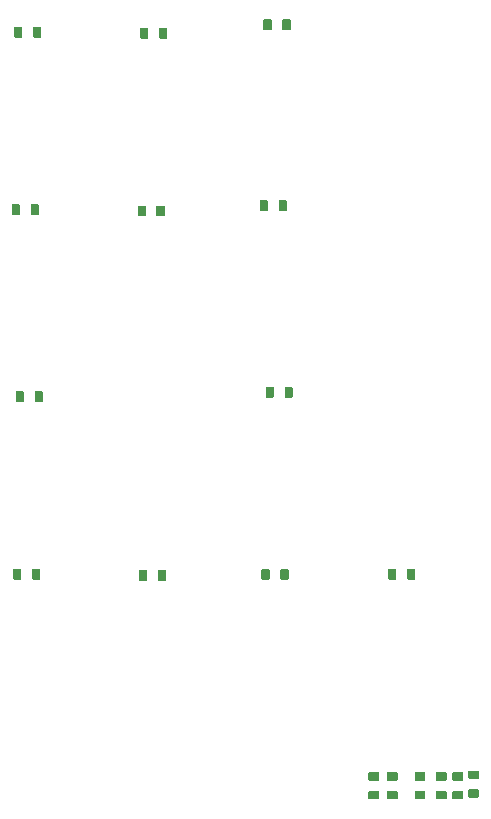
<source format=gbp>
G04 #@! TF.GenerationSoftware,KiCad,Pcbnew,8.0.9-8.0.9-0~ubuntu24.04.1*
G04 #@! TF.CreationDate,2026-02-07T03:10:41+00:00*
G04 #@! TF.ProjectId,greenecu48,67726565-6e65-4637-9534-382e6b696361,rev?*
G04 #@! TF.SameCoordinates,Original*
G04 #@! TF.FileFunction,Paste,Bot*
G04 #@! TF.FilePolarity,Positive*
%FSLAX46Y46*%
G04 Gerber Fmt 4.6, Leading zero omitted, Abs format (unit mm)*
G04 Created by KiCad (PCBNEW 8.0.9-8.0.9-0~ubuntu24.04.1) date 2026-02-07 03:10:41*
%MOMM*%
%LPD*%
G01*
G04 APERTURE LIST*
G04 APERTURE END LIST*
G04 #@! TO.C,R911*
G36*
G01*
X17508279Y61595072D02*
X17508279Y62375072D01*
G75*
G02*
X17578279Y62445072I70000J0D01*
G01*
X18138279Y62445072D01*
G75*
G02*
X18208279Y62375072I0J-70000D01*
G01*
X18208279Y61595072D01*
G75*
G02*
X18138279Y61525072I-70000J0D01*
G01*
X17578279Y61525072D01*
G75*
G02*
X17508279Y61595072I0J70000D01*
G01*
G37*
G36*
G01*
X19108279Y61595072D02*
X19108279Y62375072D01*
G75*
G02*
X19178279Y62445072I70000J0D01*
G01*
X19738279Y62445072D01*
G75*
G02*
X19808279Y62375072I0J-70000D01*
G01*
X19808279Y61595072D01*
G75*
G02*
X19738279Y61525072I-70000J0D01*
G01*
X19178279Y61525072D01*
G75*
G02*
X19108279Y61595072I0J70000D01*
G01*
G37*
G04 #@! TD*
G04 #@! TO.C,R403*
G36*
G01*
X41025000Y14457000D02*
X41805000Y14457000D01*
G75*
G02*
X41875000Y14387000I0J-70000D01*
G01*
X41875000Y13827000D01*
G75*
G02*
X41805000Y13757000I-70000J0D01*
G01*
X41025000Y13757000D01*
G75*
G02*
X40955000Y13827000I0J70000D01*
G01*
X40955000Y14387000D01*
G75*
G02*
X41025000Y14457000I70000J0D01*
G01*
G37*
G36*
G01*
X41025000Y12857000D02*
X41805000Y12857000D01*
G75*
G02*
X41875000Y12787000I0J-70000D01*
G01*
X41875000Y12227000D01*
G75*
G02*
X41805000Y12157000I-70000J0D01*
G01*
X41025000Y12157000D01*
G75*
G02*
X40955000Y12227000I0J70000D01*
G01*
X40955000Y12787000D01*
G75*
G02*
X41025000Y12857000I70000J0D01*
G01*
G37*
G04 #@! TD*
G04 #@! TO.C,R903*
G36*
G01*
X17720000Y76640000D02*
X17720000Y77420000D01*
G75*
G02*
X17790000Y77490000I70000J0D01*
G01*
X18350000Y77490000D01*
G75*
G02*
X18420000Y77420000I0J-70000D01*
G01*
X18420000Y76640000D01*
G75*
G02*
X18350000Y76570000I-70000J0D01*
G01*
X17790000Y76570000D01*
G75*
G02*
X17720000Y76640000I0J70000D01*
G01*
G37*
G36*
G01*
X19320000Y76640000D02*
X19320000Y77420000D01*
G75*
G02*
X19390000Y77490000I70000J0D01*
G01*
X19950000Y77490000D01*
G75*
G02*
X20020000Y77420000I0J-70000D01*
G01*
X20020000Y76640000D01*
G75*
G02*
X19950000Y76570000I-70000J0D01*
G01*
X19390000Y76570000D01*
G75*
G02*
X19320000Y76640000I0J70000D01*
G01*
G37*
G04 #@! TD*
G04 #@! TO.C,R906*
G36*
G01*
X6848279Y61693000D02*
X6848279Y62473000D01*
G75*
G02*
X6918279Y62543000I70000J0D01*
G01*
X7478279Y62543000D01*
G75*
G02*
X7548279Y62473000I0J-70000D01*
G01*
X7548279Y61693000D01*
G75*
G02*
X7478279Y61623000I-70000J0D01*
G01*
X6918279Y61623000D01*
G75*
G02*
X6848279Y61693000I0J70000D01*
G01*
G37*
G36*
G01*
X8448279Y61693000D02*
X8448279Y62473000D01*
G75*
G02*
X8518279Y62543000I70000J0D01*
G01*
X9078279Y62543000D01*
G75*
G02*
X9148279Y62473000I0J-70000D01*
G01*
X9148279Y61693000D01*
G75*
G02*
X9078279Y61623000I-70000J0D01*
G01*
X8518279Y61623000D01*
G75*
G02*
X8448279Y61693000I0J70000D01*
G01*
G37*
G04 #@! TD*
G04 #@! TO.C,R405*
G36*
G01*
X44229000Y14457000D02*
X45009000Y14457000D01*
G75*
G02*
X45079000Y14387000I0J-70000D01*
G01*
X45079000Y13827000D01*
G75*
G02*
X45009000Y13757000I-70000J0D01*
G01*
X44229000Y13757000D01*
G75*
G02*
X44159000Y13827000I0J70000D01*
G01*
X44159000Y14387000D01*
G75*
G02*
X44229000Y14457000I70000J0D01*
G01*
G37*
G36*
G01*
X44229000Y12857000D02*
X45009000Y12857000D01*
G75*
G02*
X45079000Y12787000I0J-70000D01*
G01*
X45079000Y12227000D01*
G75*
G02*
X45009000Y12157000I-70000J0D01*
G01*
X44229000Y12157000D01*
G75*
G02*
X44159000Y12227000I0J70000D01*
G01*
X44159000Y12787000D01*
G75*
G02*
X44229000Y12857000I70000J0D01*
G01*
G37*
G04 #@! TD*
G04 #@! TO.C,R913*
G36*
G01*
X28156000Y77349000D02*
X28156000Y78129000D01*
G75*
G02*
X28226000Y78199000I70000J0D01*
G01*
X28786000Y78199000D01*
G75*
G02*
X28856000Y78129000I0J-70000D01*
G01*
X28856000Y77349000D01*
G75*
G02*
X28786000Y77279000I-70000J0D01*
G01*
X28226000Y77279000D01*
G75*
G02*
X28156000Y77349000I0J70000D01*
G01*
G37*
G36*
G01*
X29756000Y77349000D02*
X29756000Y78129000D01*
G75*
G02*
X29826000Y78199000I70000J0D01*
G01*
X30386000Y78199000D01*
G75*
G02*
X30456000Y78129000I0J-70000D01*
G01*
X30456000Y77349000D01*
G75*
G02*
X30386000Y77279000I-70000J0D01*
G01*
X29826000Y77279000D01*
G75*
G02*
X29756000Y77349000I0J70000D01*
G01*
G37*
G04 #@! TD*
G04 #@! TO.C,R916*
G36*
G01*
X38720000Y30850000D02*
X38720000Y31630000D01*
G75*
G02*
X38790000Y31700000I70000J0D01*
G01*
X39350000Y31700000D01*
G75*
G02*
X39420000Y31630000I0J-70000D01*
G01*
X39420000Y30850000D01*
G75*
G02*
X39350000Y30780000I-70000J0D01*
G01*
X38790000Y30780000D01*
G75*
G02*
X38720000Y30850000I0J70000D01*
G01*
G37*
G36*
G01*
X40320000Y30850000D02*
X40320000Y31630000D01*
G75*
G02*
X40390000Y31700000I70000J0D01*
G01*
X40950000Y31700000D01*
G75*
G02*
X41020000Y31630000I0J-70000D01*
G01*
X41020000Y30850000D01*
G75*
G02*
X40950000Y30780000I-70000J0D01*
G01*
X40390000Y30780000D01*
G75*
G02*
X40320000Y30850000I0J70000D01*
G01*
G37*
G04 #@! TD*
G04 #@! TO.C,R402*
G36*
G01*
X37126000Y14457000D02*
X37906000Y14457000D01*
G75*
G02*
X37976000Y14387000I0J-70000D01*
G01*
X37976000Y13827000D01*
G75*
G02*
X37906000Y13757000I-70000J0D01*
G01*
X37126000Y13757000D01*
G75*
G02*
X37056000Y13827000I0J70000D01*
G01*
X37056000Y14387000D01*
G75*
G02*
X37126000Y14457000I70000J0D01*
G01*
G37*
G36*
G01*
X37126000Y12857000D02*
X37906000Y12857000D01*
G75*
G02*
X37976000Y12787000I0J-70000D01*
G01*
X37976000Y12227000D01*
G75*
G02*
X37906000Y12157000I-70000J0D01*
G01*
X37126000Y12157000D01*
G75*
G02*
X37056000Y12227000I0J70000D01*
G01*
X37056000Y12787000D01*
G75*
G02*
X37126000Y12857000I70000J0D01*
G01*
G37*
G04 #@! TD*
G04 #@! TO.C,R905*
G36*
G01*
X28347000Y46232000D02*
X28347000Y47012000D01*
G75*
G02*
X28417000Y47082000I70000J0D01*
G01*
X28977000Y47082000D01*
G75*
G02*
X29047000Y47012000I0J-70000D01*
G01*
X29047000Y46232000D01*
G75*
G02*
X28977000Y46162000I-70000J0D01*
G01*
X28417000Y46162000D01*
G75*
G02*
X28347000Y46232000I0J70000D01*
G01*
G37*
G36*
G01*
X29947000Y46232000D02*
X29947000Y47012000D01*
G75*
G02*
X30017000Y47082000I70000J0D01*
G01*
X30577000Y47082000D01*
G75*
G02*
X30647000Y47012000I0J-70000D01*
G01*
X30647000Y46232000D01*
G75*
G02*
X30577000Y46162000I-70000J0D01*
G01*
X30017000Y46162000D01*
G75*
G02*
X29947000Y46232000I0J70000D01*
G01*
G37*
G04 #@! TD*
G04 #@! TO.C,R401*
G36*
G01*
X38668000Y14457000D02*
X39448000Y14457000D01*
G75*
G02*
X39518000Y14387000I0J-70000D01*
G01*
X39518000Y13827000D01*
G75*
G02*
X39448000Y13757000I-70000J0D01*
G01*
X38668000Y13757000D01*
G75*
G02*
X38598000Y13827000I0J70000D01*
G01*
X38598000Y14387000D01*
G75*
G02*
X38668000Y14457000I70000J0D01*
G01*
G37*
G36*
G01*
X38668000Y12857000D02*
X39448000Y12857000D01*
G75*
G02*
X39518000Y12787000I0J-70000D01*
G01*
X39518000Y12227000D01*
G75*
G02*
X39448000Y12157000I-70000J0D01*
G01*
X38668000Y12157000D01*
G75*
G02*
X38598000Y12227000I0J70000D01*
G01*
X38598000Y12787000D01*
G75*
G02*
X38668000Y12857000I70000J0D01*
G01*
G37*
G04 #@! TD*
G04 #@! TO.C,R912*
G36*
G01*
X17630000Y30730000D02*
X17630000Y31510000D01*
G75*
G02*
X17700000Y31580000I70000J0D01*
G01*
X18260000Y31580000D01*
G75*
G02*
X18330000Y31510000I0J-70000D01*
G01*
X18330000Y30730000D01*
G75*
G02*
X18260000Y30660000I-70000J0D01*
G01*
X17700000Y30660000D01*
G75*
G02*
X17630000Y30730000I0J70000D01*
G01*
G37*
G36*
G01*
X19230000Y30730000D02*
X19230000Y31510000D01*
G75*
G02*
X19300000Y31580000I70000J0D01*
G01*
X19860000Y31580000D01*
G75*
G02*
X19930000Y31510000I0J-70000D01*
G01*
X19930000Y30730000D01*
G75*
G02*
X19860000Y30660000I-70000J0D01*
G01*
X19300000Y30660000D01*
G75*
G02*
X19230000Y30730000I0J70000D01*
G01*
G37*
G04 #@! TD*
G04 #@! TO.C,R914*
G36*
G01*
X27990000Y30830000D02*
X27990000Y31610000D01*
G75*
G02*
X28060000Y31680000I70000J0D01*
G01*
X28620000Y31680000D01*
G75*
G02*
X28690000Y31610000I0J-70000D01*
G01*
X28690000Y30830000D01*
G75*
G02*
X28620000Y30760000I-70000J0D01*
G01*
X28060000Y30760000D01*
G75*
G02*
X27990000Y30830000I0J70000D01*
G01*
G37*
G36*
G01*
X29590000Y30830000D02*
X29590000Y31610000D01*
G75*
G02*
X29660000Y31680000I70000J0D01*
G01*
X30220000Y31680000D01*
G75*
G02*
X30290000Y31610000I0J-70000D01*
G01*
X30290000Y30830000D01*
G75*
G02*
X30220000Y30760000I-70000J0D01*
G01*
X29660000Y30760000D01*
G75*
G02*
X29590000Y30830000I0J70000D01*
G01*
G37*
G04 #@! TD*
G04 #@! TO.C,R902*
G36*
G01*
X7060000Y76740000D02*
X7060000Y77520000D01*
G75*
G02*
X7130000Y77590000I70000J0D01*
G01*
X7690000Y77590000D01*
G75*
G02*
X7760000Y77520000I0J-70000D01*
G01*
X7760000Y76740000D01*
G75*
G02*
X7690000Y76670000I-70000J0D01*
G01*
X7130000Y76670000D01*
G75*
G02*
X7060000Y76740000I0J70000D01*
G01*
G37*
G36*
G01*
X8660000Y76740000D02*
X8660000Y77520000D01*
G75*
G02*
X8730000Y77590000I70000J0D01*
G01*
X9290000Y77590000D01*
G75*
G02*
X9360000Y77520000I0J-70000D01*
G01*
X9360000Y76740000D01*
G75*
G02*
X9290000Y76670000I-70000J0D01*
G01*
X8730000Y76670000D01*
G75*
G02*
X8660000Y76740000I0J70000D01*
G01*
G37*
G04 #@! TD*
G04 #@! TO.C,R406*
G36*
G01*
X45568000Y14609000D02*
X46348000Y14609000D01*
G75*
G02*
X46418000Y14539000I0J-70000D01*
G01*
X46418000Y13979000D01*
G75*
G02*
X46348000Y13909000I-70000J0D01*
G01*
X45568000Y13909000D01*
G75*
G02*
X45498000Y13979000I0J70000D01*
G01*
X45498000Y14539000D01*
G75*
G02*
X45568000Y14609000I70000J0D01*
G01*
G37*
G36*
G01*
X45568000Y13009000D02*
X46348000Y13009000D01*
G75*
G02*
X46418000Y12939000I0J-70000D01*
G01*
X46418000Y12379000D01*
G75*
G02*
X46348000Y12309000I-70000J0D01*
G01*
X45568000Y12309000D01*
G75*
G02*
X45498000Y12379000I0J70000D01*
G01*
X45498000Y12939000D01*
G75*
G02*
X45568000Y13009000I70000J0D01*
G01*
G37*
G04 #@! TD*
G04 #@! TO.C,R904*
G36*
G01*
X7181721Y45877000D02*
X7181721Y46657000D01*
G75*
G02*
X7251721Y46727000I70000J0D01*
G01*
X7811721Y46727000D01*
G75*
G02*
X7881721Y46657000I0J-70000D01*
G01*
X7881721Y45877000D01*
G75*
G02*
X7811721Y45807000I-70000J0D01*
G01*
X7251721Y45807000D01*
G75*
G02*
X7181721Y45877000I0J70000D01*
G01*
G37*
G36*
G01*
X8781721Y45877000D02*
X8781721Y46657000D01*
G75*
G02*
X8851721Y46727000I70000J0D01*
G01*
X9411721Y46727000D01*
G75*
G02*
X9481721Y46657000I0J-70000D01*
G01*
X9481721Y45877000D01*
G75*
G02*
X9411721Y45807000I-70000J0D01*
G01*
X8851721Y45807000D01*
G75*
G02*
X8781721Y45877000I0J70000D01*
G01*
G37*
G04 #@! TD*
G04 #@! TO.C,R404*
G36*
G01*
X42822000Y14457000D02*
X43602000Y14457000D01*
G75*
G02*
X43672000Y14387000I0J-70000D01*
G01*
X43672000Y13827000D01*
G75*
G02*
X43602000Y13757000I-70000J0D01*
G01*
X42822000Y13757000D01*
G75*
G02*
X42752000Y13827000I0J70000D01*
G01*
X42752000Y14387000D01*
G75*
G02*
X42822000Y14457000I70000J0D01*
G01*
G37*
G36*
G01*
X42822000Y12857000D02*
X43602000Y12857000D01*
G75*
G02*
X43672000Y12787000I0J-70000D01*
G01*
X43672000Y12227000D01*
G75*
G02*
X43602000Y12157000I-70000J0D01*
G01*
X42822000Y12157000D01*
G75*
G02*
X42752000Y12227000I0J70000D01*
G01*
X42752000Y12787000D01*
G75*
G02*
X42822000Y12857000I70000J0D01*
G01*
G37*
G04 #@! TD*
G04 #@! TO.C,R901*
G36*
G01*
X6970000Y30830000D02*
X6970000Y31610000D01*
G75*
G02*
X7040000Y31680000I70000J0D01*
G01*
X7600000Y31680000D01*
G75*
G02*
X7670000Y31610000I0J-70000D01*
G01*
X7670000Y30830000D01*
G75*
G02*
X7600000Y30760000I-70000J0D01*
G01*
X7040000Y30760000D01*
G75*
G02*
X6970000Y30830000I0J70000D01*
G01*
G37*
G36*
G01*
X8570000Y30830000D02*
X8570000Y31610000D01*
G75*
G02*
X8640000Y31680000I70000J0D01*
G01*
X9200000Y31680000D01*
G75*
G02*
X9270000Y31610000I0J-70000D01*
G01*
X9270000Y30830000D01*
G75*
G02*
X9200000Y30760000I-70000J0D01*
G01*
X8640000Y30760000D01*
G75*
G02*
X8570000Y30830000I0J70000D01*
G01*
G37*
G04 #@! TD*
G04 #@! TO.C,R915*
G36*
G01*
X27857000Y62040000D02*
X27857000Y62820000D01*
G75*
G02*
X27927000Y62890000I70000J0D01*
G01*
X28487000Y62890000D01*
G75*
G02*
X28557000Y62820000I0J-70000D01*
G01*
X28557000Y62040000D01*
G75*
G02*
X28487000Y61970000I-70000J0D01*
G01*
X27927000Y61970000D01*
G75*
G02*
X27857000Y62040000I0J70000D01*
G01*
G37*
G36*
G01*
X29457000Y62040000D02*
X29457000Y62820000D01*
G75*
G02*
X29527000Y62890000I70000J0D01*
G01*
X30087000Y62890000D01*
G75*
G02*
X30157000Y62820000I0J-70000D01*
G01*
X30157000Y62040000D01*
G75*
G02*
X30087000Y61970000I-70000J0D01*
G01*
X29527000Y61970000D01*
G75*
G02*
X29457000Y62040000I0J70000D01*
G01*
G37*
G04 #@! TD*
M02*

</source>
